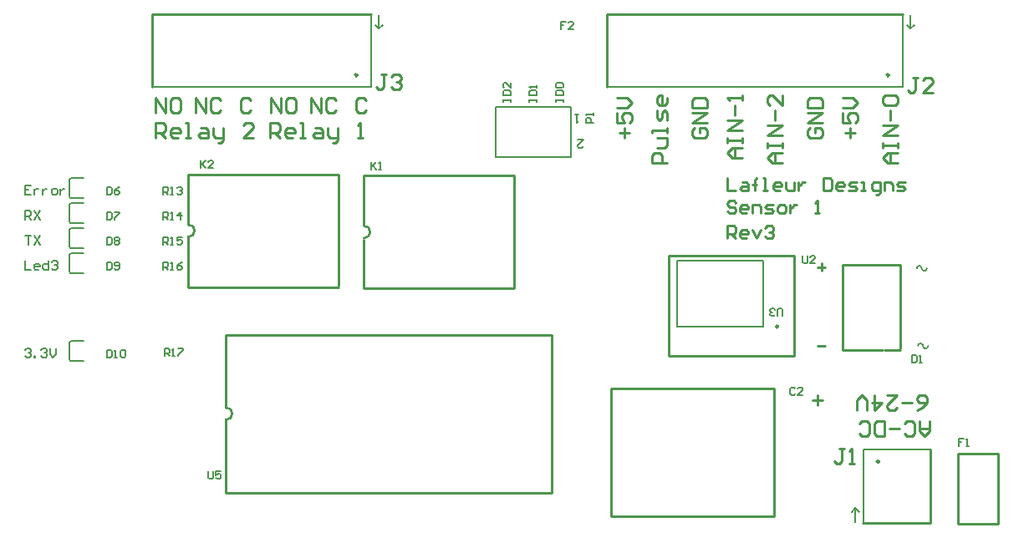
<source format=gto>
G04 Layer_Color=65535*
%FSLAX25Y25*%
%MOIN*%
G70*
G01*
G75*
%ADD20C,0.01000*%
%ADD44C,0.00984*%
%ADD45C,0.00500*%
%ADD46C,0.00787*%
%ADD47C,0.00600*%
%ADD48C,0.00700*%
D20*
X107952Y67995D02*
G03*
X107952Y72995I0J2500D01*
G01*
X37952Y68495D02*
G03*
X37952Y73495I0J2500D01*
G01*
X52952Y-4505D02*
G03*
X52952Y495I0J2500D01*
G01*
X204758Y157495D02*
X322897D01*
X204758Y128295D02*
Y157495D01*
X107952Y47995D02*
Y67495D01*
Y72995D02*
Y92995D01*
X122952D02*
X152952D01*
X167952Y48495D02*
Y92995D01*
X122952Y47995D02*
X152952D01*
X167952D01*
X107952D02*
X122952D01*
X152952Y92995D02*
X167952D01*
X107952D02*
X122952D01*
X37952Y48495D02*
Y67995D01*
Y73495D02*
Y93495D01*
X52952D02*
X82952D01*
X97952Y48995D02*
Y93495D01*
X52952Y48495D02*
X82952D01*
X97952D01*
X37952D02*
X52952D01*
X82952Y93495D02*
X97952D01*
X37952D02*
X52952D01*
X255452Y20995D02*
X279452D01*
X229452D02*
X255452D01*
X229452Y30995D02*
Y50995D01*
Y60995D02*
X279452D01*
Y20995D02*
Y60995D01*
X229452Y50995D02*
Y60995D01*
Y20995D02*
Y30995D01*
X288952Y1495D02*
Y5495D01*
X286952Y3495D02*
X290952D01*
X206452Y-43005D02*
Y7995D01*
X271452D01*
Y-43005D02*
Y7995D01*
X206452Y-43005D02*
X271452D01*
X353952Y-18005D02*
X360952D01*
Y-46005D02*
Y-18005D01*
X344952Y-46005D02*
X360952D01*
X344952D02*
Y-18005D01*
X353952D01*
X52952Y-33505D02*
X182952D01*
Y29495D01*
X52952D02*
X182952D01*
X52952Y495D02*
Y29495D01*
Y-33505D02*
Y-4505D01*
X315452Y23495D02*
X321952D01*
X298952D02*
X314952D01*
X298952D02*
Y57495D01*
X321952D01*
Y23995D02*
Y57495D01*
X288952Y24995D02*
X291952D01*
X290452Y54995D02*
Y57995D01*
X288952Y56495D02*
X291952D01*
X333952Y-45505D02*
Y-16305D01*
X307007Y-45505D02*
X333952D01*
X23452Y128295D02*
Y157495D01*
X110897D01*
X252952Y91994D02*
Y86995D01*
X256284D01*
X258784Y90328D02*
X260450D01*
X261283Y89495D01*
Y86995D01*
X258784D01*
X257951Y87828D01*
X258784Y88661D01*
X261283D01*
X263782Y86995D02*
Y91161D01*
Y89495D01*
X262949D01*
X264615D01*
X263782D01*
Y91161D01*
X264615Y91994D01*
X267114Y86995D02*
X268780D01*
X267947D01*
Y91994D01*
X267114D01*
X273779Y86995D02*
X272113D01*
X271280Y87828D01*
Y89495D01*
X272113Y90328D01*
X273779D01*
X274612Y89495D01*
Y88661D01*
X271280D01*
X276278Y90328D02*
Y87828D01*
X277111Y86995D01*
X279610D01*
Y90328D01*
X281276D02*
Y86995D01*
Y88661D01*
X282109Y89495D01*
X282943Y90328D01*
X283776D01*
X291273Y91994D02*
Y86995D01*
X293772D01*
X294605Y87828D01*
Y91161D01*
X293772Y91994D01*
X291273D01*
X298771Y86995D02*
X297105D01*
X296271Y87828D01*
Y89495D01*
X297105Y90328D01*
X298771D01*
X299604Y89495D01*
Y88661D01*
X296271D01*
X301270Y86995D02*
X303769D01*
X304602Y87828D01*
X303769Y88661D01*
X302103D01*
X301270Y89495D01*
X302103Y90328D01*
X304602D01*
X306268Y86995D02*
X307934D01*
X307101D01*
Y90328D01*
X306268D01*
X312100Y85329D02*
X312933D01*
X313766Y86162D01*
Y90328D01*
X311267D01*
X310434Y89495D01*
Y87828D01*
X311267Y86995D01*
X313766D01*
X315432D02*
Y90328D01*
X317931D01*
X318764Y89495D01*
Y86995D01*
X320430D02*
X322930D01*
X323763Y87828D01*
X322930Y88661D01*
X321263D01*
X320430Y89495D01*
X321263Y90328D01*
X323763D01*
X328951Y131993D02*
X326952D01*
X327951D01*
Y126995D01*
X326952Y125995D01*
X325952D01*
X324952Y126995D01*
X334949Y125995D02*
X330950D01*
X334949Y129994D01*
Y130994D01*
X333949Y131993D01*
X331950D01*
X330950Y130994D01*
X299451Y-16006D02*
X297451D01*
X298451D01*
Y-21005D01*
X297451Y-22005D01*
X296452D01*
X295452Y-21005D01*
X301450Y-22005D02*
X303450D01*
X302450D01*
Y-16006D01*
X301450Y-17006D01*
X116999Y133498D02*
X114999D01*
X115999D01*
Y128500D01*
X114999Y127500D01*
X114000D01*
X113000Y128500D01*
X118998Y132498D02*
X119998Y133498D01*
X121997D01*
X122997Y132498D01*
Y131499D01*
X121997Y130499D01*
X120997D01*
X121997D01*
X122997Y129499D01*
Y128500D01*
X121997Y127500D01*
X119998D01*
X118998Y128500D01*
X320952Y97995D02*
X316953D01*
X314954Y99995D01*
X316953Y101994D01*
X320952D01*
X317953D01*
Y97995D01*
X314954Y103993D02*
Y105993D01*
Y104993D01*
X320952D01*
Y103993D01*
Y105993D01*
Y108992D02*
X314954D01*
X320952Y112991D01*
X314954D01*
X317953Y114990D02*
Y118989D01*
X315954Y120988D02*
X314954Y121988D01*
Y123987D01*
X315954Y124987D01*
X319953D01*
X320952Y123987D01*
Y121988D01*
X319953Y120988D01*
X315954D01*
X301953Y107995D02*
Y111994D01*
X299954Y109995D02*
X303953D01*
X298954Y117992D02*
Y113994D01*
X301953D01*
X300954Y115993D01*
Y116992D01*
X301953Y117992D01*
X303953D01*
X304952Y116992D01*
Y114993D01*
X303953Y113994D01*
X298954Y119992D02*
X302953D01*
X304952Y121991D01*
X302953Y123990D01*
X298954D01*
X328501Y-498D02*
X330501Y502D01*
X332500Y2501D01*
Y4500D01*
X331500Y5500D01*
X329501D01*
X328501Y4500D01*
Y3501D01*
X329501Y2501D01*
X332500D01*
X326502D02*
X322503D01*
X316505Y5500D02*
X320504D01*
X316505Y1501D01*
Y502D01*
X317505Y-498D01*
X319504D01*
X320504Y502D01*
X311507Y5500D02*
Y-498D01*
X314506Y2501D01*
X310507D01*
X308508Y-498D02*
Y3501D01*
X306508Y5500D01*
X304509Y3501D01*
Y-498D01*
X252952Y67995D02*
Y72994D01*
X255451D01*
X256284Y72161D01*
Y70495D01*
X255451Y69661D01*
X252952D01*
X254618D02*
X256284Y67995D01*
X260450D02*
X258784D01*
X257951Y68828D01*
Y70495D01*
X258784Y71328D01*
X260450D01*
X261283Y70495D01*
Y69661D01*
X257951D01*
X262949Y71328D02*
X264615Y67995D01*
X266281Y71328D01*
X267947Y72161D02*
X268780Y72994D01*
X270446D01*
X271280Y72161D01*
Y71328D01*
X270446Y70495D01*
X269614D01*
X270446D01*
X271280Y69661D01*
Y68828D01*
X270446Y67995D01*
X268780D01*
X267947Y68828D01*
X256284Y82161D02*
X255451Y82994D01*
X253785D01*
X252952Y82161D01*
Y81328D01*
X253785Y80495D01*
X255451D01*
X256284Y79662D01*
Y78829D01*
X255451Y77995D01*
X253785D01*
X252952Y78829D01*
X260450Y77995D02*
X258784D01*
X257951Y78829D01*
Y80495D01*
X258784Y81328D01*
X260450D01*
X261283Y80495D01*
Y79662D01*
X257951D01*
X262949Y77995D02*
Y81328D01*
X265448D01*
X266281Y80495D01*
Y77995D01*
X267947D02*
X270446D01*
X271280Y78829D01*
X270446Y79662D01*
X268780D01*
X267947Y80495D01*
X268780Y81328D01*
X271280D01*
X273779Y77995D02*
X275445D01*
X276278Y78829D01*
Y80495D01*
X275445Y81328D01*
X273779D01*
X272946Y80495D01*
Y78829D01*
X273779Y77995D01*
X277944Y81328D02*
Y77995D01*
Y79662D01*
X278777Y80495D01*
X279610Y81328D01*
X280443D01*
X287941Y77995D02*
X289607D01*
X288774D01*
Y82994D01*
X287941Y82161D01*
X239954Y111994D02*
X238954Y110994D01*
Y108995D01*
X239954Y107995D01*
X243952D01*
X244952Y108995D01*
Y110994D01*
X243952Y111994D01*
X241953D01*
Y109995D01*
X244952Y113994D02*
X238954D01*
X244952Y117992D01*
X238954D01*
Y119992D02*
X244952D01*
Y122991D01*
X243952Y123990D01*
X239954D01*
X238954Y122991D01*
Y119992D01*
X211953Y107995D02*
Y111994D01*
X209954Y109995D02*
X213952D01*
X208954Y117992D02*
Y113994D01*
X211953D01*
X210953Y115993D01*
Y116992D01*
X211953Y117992D01*
X213952D01*
X214952Y116992D01*
Y114993D01*
X213952Y113994D01*
X208954Y119992D02*
X212953D01*
X214952Y121991D01*
X212953Y123990D01*
X208954D01*
X258952Y99995D02*
X254954D01*
X252954Y101995D01*
X254954Y103994D01*
X258952D01*
X255953D01*
Y99995D01*
X252954Y105993D02*
Y107993D01*
Y106993D01*
X258952D01*
Y105993D01*
Y107993D01*
Y110992D02*
X252954D01*
X258952Y114991D01*
X252954D01*
X255953Y116990D02*
Y120989D01*
X258952Y122988D02*
Y124987D01*
Y123988D01*
X252954D01*
X253954Y122988D01*
X274952Y97995D02*
X270953D01*
X268954Y99995D01*
X270953Y101994D01*
X274952D01*
X271953D01*
Y97995D01*
X268954Y103993D02*
Y105993D01*
Y104993D01*
X274952D01*
Y103993D01*
Y105993D01*
Y108992D02*
X268954D01*
X274952Y112991D01*
X268954D01*
X271953Y114990D02*
Y118989D01*
X274952Y124987D02*
Y120988D01*
X270953Y124987D01*
X269954D01*
X268954Y123987D01*
Y121988D01*
X269954Y120988D01*
X228952Y97995D02*
X222954D01*
Y100994D01*
X223954Y101994D01*
X225953D01*
X226953Y100994D01*
Y97995D01*
X224954Y103993D02*
X227953D01*
X228952Y104993D01*
Y107992D01*
X224954D01*
X228952Y109992D02*
Y111991D01*
Y110991D01*
X222954D01*
Y109992D01*
X228952Y114990D02*
Y117989D01*
X227953Y118989D01*
X226953Y117989D01*
Y115990D01*
X225953Y114990D01*
X224954Y115990D01*
Y118989D01*
X228952Y123987D02*
Y121988D01*
X227953Y120988D01*
X225953D01*
X224954Y121988D01*
Y123987D01*
X225953Y124987D01*
X226953D01*
Y120988D01*
X285954Y111994D02*
X284954Y110994D01*
Y108995D01*
X285954Y107995D01*
X289952D01*
X290952Y108995D01*
Y110994D01*
X289952Y111994D01*
X287953D01*
Y109995D01*
X290952Y113994D02*
X284954D01*
X290952Y117992D01*
X284954D01*
Y119992D02*
X290952D01*
Y122991D01*
X289952Y123990D01*
X285954D01*
X284954Y122991D01*
Y119992D01*
X24952Y107995D02*
Y113994D01*
X27951D01*
X28951Y112994D01*
Y110994D01*
X27951Y109995D01*
X24952D01*
X26952D02*
X28951Y107995D01*
X33949D02*
X31950D01*
X30950Y108995D01*
Y110994D01*
X31950Y111994D01*
X33949D01*
X34949Y110994D01*
Y109995D01*
X30950D01*
X36948Y107995D02*
X38948D01*
X37948D01*
Y113994D01*
X36948D01*
X42946Y111994D02*
X44946D01*
X45945Y110994D01*
Y107995D01*
X42946D01*
X41947Y108995D01*
X42946Y109995D01*
X45945D01*
X47945Y111994D02*
Y108995D01*
X48944Y107995D01*
X51943D01*
Y106996D01*
X50944Y105996D01*
X49944D01*
X51943Y107995D02*
Y111994D01*
X63940Y107995D02*
X59941D01*
X63940Y111994D01*
Y112994D01*
X62940Y113994D01*
X60941D01*
X59941Y112994D01*
X70452Y107995D02*
Y113994D01*
X73451D01*
X74451Y112994D01*
Y110994D01*
X73451Y109995D01*
X70452D01*
X72452D02*
X74451Y107995D01*
X79449D02*
X77450D01*
X76450Y108995D01*
Y110994D01*
X77450Y111994D01*
X79449D01*
X80449Y110994D01*
Y109995D01*
X76450D01*
X82448Y107995D02*
X84448D01*
X83448D01*
Y113994D01*
X82448D01*
X88446Y111994D02*
X90446D01*
X91445Y110994D01*
Y107995D01*
X88446D01*
X87447Y108995D01*
X88446Y109995D01*
X91445D01*
X93445Y111994D02*
Y108995D01*
X94444Y107995D01*
X97443D01*
Y106996D01*
X96444Y105996D01*
X95444D01*
X97443Y107995D02*
Y111994D01*
X105441Y107995D02*
X107440D01*
X106441D01*
Y113994D01*
X105441Y112994D01*
X62951Y122994D02*
X61951Y123994D01*
X59952D01*
X58952Y122994D01*
Y118995D01*
X59952Y117995D01*
X61951D01*
X62951Y118995D01*
X40952Y117995D02*
Y123994D01*
X44951Y117995D01*
Y123994D01*
X50949Y122994D02*
X49949Y123994D01*
X47950D01*
X46950Y122994D01*
Y118995D01*
X47950Y117995D01*
X49949D01*
X50949Y118995D01*
X24952Y117995D02*
Y123994D01*
X28951Y117995D01*
Y123994D01*
X33949D02*
X31950D01*
X30950Y122994D01*
Y118995D01*
X31950Y117995D01*
X33949D01*
X34949Y118995D01*
Y122994D01*
X33949Y123994D01*
X108951Y122994D02*
X107951Y123994D01*
X105952D01*
X104952Y122994D01*
Y118995D01*
X105952Y117995D01*
X107951D01*
X108951Y118995D01*
X86952Y117995D02*
Y123994D01*
X90951Y117995D01*
Y123994D01*
X96949Y122994D02*
X95949Y123994D01*
X93950D01*
X92950Y122994D01*
Y118995D01*
X93950Y117995D01*
X95949D01*
X96949Y118995D01*
X70952Y117995D02*
Y123994D01*
X74951Y117995D01*
Y123994D01*
X79949D02*
X77950D01*
X76950Y122994D01*
Y118995D01*
X77950Y117995D01*
X79949D01*
X80949Y118995D01*
Y122994D01*
X79949Y123994D01*
X333500Y-5000D02*
Y-8999D01*
X331501Y-10998D01*
X329501Y-8999D01*
Y-5000D01*
Y-7999D01*
X333500D01*
X323503Y-9998D02*
X324503Y-10998D01*
X326502D01*
X327502Y-9998D01*
Y-6000D01*
X326502Y-5000D01*
X324503D01*
X323503Y-6000D01*
X321504Y-7999D02*
X317505D01*
X315506Y-10998D02*
Y-5000D01*
X312507D01*
X311507Y-6000D01*
Y-9998D01*
X312507Y-10998D01*
X315506D01*
X305509Y-9998D02*
X306509Y-10998D01*
X308508D01*
X309508Y-9998D01*
Y-6000D01*
X308508Y-5000D01*
X306509D01*
X305509Y-6000D01*
D44*
X273255Y32806D02*
G03*
X273255Y32806I-492J0D01*
G01*
X317425Y133129D02*
G03*
X317425Y133129I-492J0D01*
G01*
X313464Y-21138D02*
G03*
X313464Y-21138I-492J0D01*
G01*
X105425Y133129D02*
G03*
X105425Y133129I-492J0D01*
G01*
D45*
X330952Y24995D02*
G03*
X332952Y24995I1000J0D01*
G01*
X330952D02*
G03*
X328952Y24995I-1000J0D01*
G01*
X330452Y55995D02*
G03*
X328452Y55995I-1000J0D01*
G01*
X330452D02*
G03*
X332452Y55995I1000J0D01*
G01*
D46*
X232752Y32806D02*
Y59184D01*
Y32806D02*
X267251D01*
X232752Y59184D02*
X267251D01*
Y32806D02*
Y59184D01*
X-9548Y84695D02*
Y91295D01*
Y84695D02*
X-8967Y84115D01*
X-3689D01*
X-9548Y91295D02*
X-8948Y91895D01*
X-3630D01*
X322858Y128295D02*
Y156791D01*
X325889Y151633D02*
Y157184D01*
X324393Y153129D02*
X325889Y151633D01*
X327385Y153129D01*
X204758Y128295D02*
X322858D01*
X-8948Y26895D02*
X-3630D01*
X-9548Y26295D02*
X-8948Y26895D01*
X-8967Y19115D02*
X-3689D01*
X-9548Y19695D02*
X-8967Y19115D01*
X-9548Y19695D02*
Y26295D01*
X-8948Y61895D02*
X-3630D01*
X-9548Y61295D02*
X-8948Y61895D01*
X-8967Y54115D02*
X-3689D01*
X-9548Y54695D02*
X-8967Y54115D01*
X-9548Y54695D02*
Y61295D01*
X-8948Y71895D02*
X-3630D01*
X-9548Y71295D02*
X-8948Y71895D01*
X-8967Y64115D02*
X-3689D01*
X-9548Y64695D02*
X-8967Y64115D01*
X-9548Y64695D02*
Y71295D01*
X-8948Y81895D02*
X-3630D01*
X-9548Y81295D02*
X-8948Y81895D01*
X-8967Y74115D02*
X-3689D01*
X-9548Y74695D02*
X-8967Y74115D01*
X-9548Y74695D02*
Y81295D01*
X307047Y-16305D02*
X333952D01*
X302519Y-41138D02*
X304015Y-39642D01*
X305511Y-41138D01*
X304015Y-45193D02*
Y-39642D01*
X307047Y-44800D02*
Y-16305D01*
X23452Y128295D02*
X110858D01*
X113889Y151633D02*
X115385Y153129D01*
X112393D02*
X113889Y151633D01*
Y157184D01*
X110858Y128295D02*
Y156791D01*
X160452Y100495D02*
Y120495D01*
X190452Y100495D02*
Y120495D01*
X160452Y100495D02*
X190452D01*
X160452Y120495D02*
X190452D01*
X160452D02*
X179619D01*
D47*
X163501Y122500D02*
Y123500D01*
Y123000D01*
X166500D01*
Y122500D01*
Y123500D01*
X163501Y124999D02*
X166500D01*
Y126499D01*
X166000Y126998D01*
X164001D01*
X163501Y126499D01*
Y124999D01*
X166500Y129998D02*
Y127998D01*
X164501Y129998D01*
X164001D01*
X163501Y129498D01*
Y128498D01*
X164001Y127998D01*
X174001Y122500D02*
Y123500D01*
Y123000D01*
X177000D01*
Y122500D01*
Y123500D01*
X174001Y124999D02*
X177000D01*
Y126499D01*
X176500Y126998D01*
X174501D01*
X174001Y126499D01*
Y124999D01*
X177000Y127998D02*
Y128998D01*
Y128498D01*
X174001D01*
X174501Y127998D01*
X184501Y122500D02*
Y123500D01*
Y123000D01*
X187500D01*
Y122500D01*
Y123500D01*
X184501Y124999D02*
X187500D01*
Y126499D01*
X187000Y126998D01*
X185001D01*
X184501Y126499D01*
Y124999D01*
X185001Y127998D02*
X184501Y128498D01*
Y129498D01*
X185001Y129998D01*
X187000D01*
X187500Y129498D01*
Y128498D01*
X187000Y127998D01*
X185001D01*
X5452Y88494D02*
Y85495D01*
X6952D01*
X7452Y85995D01*
Y87995D01*
X6952Y88494D01*
X5452D01*
X10451D02*
X9451Y87995D01*
X8451Y86995D01*
Y85995D01*
X8951Y85495D01*
X9951D01*
X10451Y85995D01*
Y86495D01*
X9951Y86995D01*
X8451D01*
X5452Y23494D02*
Y20495D01*
X6952D01*
X7452Y20995D01*
Y22995D01*
X6952Y23494D01*
X5452D01*
X8451Y20495D02*
X9451D01*
X8951D01*
Y23494D01*
X8451Y22995D01*
X10950D02*
X11450Y23494D01*
X12450D01*
X12950Y22995D01*
Y20995D01*
X12450Y20495D01*
X11450D01*
X10950Y20995D01*
Y22995D01*
X5452Y58494D02*
Y55495D01*
X6952D01*
X7452Y55995D01*
Y57995D01*
X6952Y58494D01*
X5452D01*
X8451Y55995D02*
X8951Y55495D01*
X9951D01*
X10451Y55995D01*
Y57995D01*
X9951Y58494D01*
X8951D01*
X8451Y57995D01*
Y57495D01*
X8951Y56995D01*
X10451D01*
X5452Y68494D02*
Y65495D01*
X6952D01*
X7452Y65995D01*
Y67995D01*
X6952Y68494D01*
X5452D01*
X8451Y67995D02*
X8951Y68494D01*
X9951D01*
X10451Y67995D01*
Y67495D01*
X9951Y66995D01*
X10451Y66495D01*
Y65995D01*
X9951Y65495D01*
X8951D01*
X8451Y65995D01*
Y66495D01*
X8951Y66995D01*
X8451Y67495D01*
Y67995D01*
X8951Y66995D02*
X9951D01*
X5452Y78494D02*
Y75495D01*
X6952D01*
X7452Y75995D01*
Y77995D01*
X6952Y78494D01*
X5452D01*
X8451D02*
X10451D01*
Y77995D01*
X8451Y75995D01*
Y75495D01*
X110952Y98494D02*
Y95495D01*
Y96495D01*
X112952Y98494D01*
X111452Y96995D01*
X112952Y95495D01*
X113951D02*
X114951D01*
X114451D01*
Y98494D01*
X113951Y97995D01*
X42952Y98994D02*
Y95995D01*
Y96995D01*
X44952Y98994D01*
X43452Y97495D01*
X44952Y95995D01*
X47951D02*
X45951D01*
X47951Y97995D01*
Y98495D01*
X47451Y98994D01*
X46451D01*
X45951Y98495D01*
X274952Y36996D02*
Y39496D01*
X274452Y39995D01*
X273453D01*
X272953Y39496D01*
Y36996D01*
X271953Y37496D02*
X271453Y36996D01*
X270454D01*
X269954Y37496D01*
Y37996D01*
X270454Y38496D01*
X270953D01*
X270454D01*
X269954Y38996D01*
Y39496D01*
X270454Y39995D01*
X271453D01*
X271953Y39496D01*
X282952Y60994D02*
Y58495D01*
X283452Y57995D01*
X284452D01*
X284951Y58495D01*
Y60994D01*
X287951Y57995D02*
X285951D01*
X287951Y59995D01*
Y60495D01*
X287451Y60994D01*
X286451D01*
X285951Y60495D01*
X279952Y7995D02*
X279452Y8494D01*
X278452D01*
X277952Y7995D01*
Y5995D01*
X278452Y5495D01*
X279452D01*
X279952Y5995D01*
X282951Y5495D02*
X280951D01*
X282951Y7495D01*
Y7995D01*
X282451Y8494D01*
X281451D01*
X280951Y7995D01*
X347052Y-11906D02*
X345052D01*
Y-13405D01*
X346052D01*
X345052D01*
Y-14905D01*
X348051D02*
X349051D01*
X348551D01*
Y-11906D01*
X348051Y-12405D01*
X188452Y154494D02*
X186452D01*
Y152995D01*
X187452D01*
X186452D01*
Y151495D01*
X191451D02*
X189451D01*
X191451Y153495D01*
Y153995D01*
X190951Y154494D01*
X189951D01*
X189451Y153995D01*
X27952Y85495D02*
Y88494D01*
X29452D01*
X29952Y87995D01*
Y86995D01*
X29452Y86495D01*
X27952D01*
X28952D02*
X29952Y85495D01*
X30951D02*
X31951D01*
X31451D01*
Y88494D01*
X30951Y87995D01*
X33450D02*
X33950Y88494D01*
X34950D01*
X35450Y87995D01*
Y87495D01*
X34950Y86995D01*
X34450D01*
X34950D01*
X35450Y86495D01*
Y85995D01*
X34950Y85495D01*
X33950D01*
X33450Y85995D01*
X27952Y75495D02*
Y78494D01*
X29452D01*
X29952Y77995D01*
Y76995D01*
X29452Y76495D01*
X27952D01*
X28952D02*
X29952Y75495D01*
X30951D02*
X31951D01*
X31451D01*
Y78494D01*
X30951Y77995D01*
X34950Y75495D02*
Y78494D01*
X33450Y76995D01*
X35450D01*
X27952Y65495D02*
Y68494D01*
X29452D01*
X29952Y67995D01*
Y66995D01*
X29452Y66495D01*
X27952D01*
X28952D02*
X29952Y65495D01*
X30951D02*
X31951D01*
X31451D01*
Y68494D01*
X30951Y67995D01*
X35450Y68494D02*
X33450D01*
Y66995D01*
X34450Y67495D01*
X34950D01*
X35450Y66995D01*
Y65995D01*
X34950Y65495D01*
X33950D01*
X33450Y65995D01*
X27952Y55495D02*
Y58494D01*
X29452D01*
X29952Y57995D01*
Y56995D01*
X29452Y56495D01*
X27952D01*
X28952D02*
X29952Y55495D01*
X30951D02*
X31951D01*
X31451D01*
Y58494D01*
X30951Y57995D01*
X35450Y58494D02*
X34450Y57995D01*
X33450Y56995D01*
Y55995D01*
X33950Y55495D01*
X34950D01*
X35450Y55995D01*
Y56495D01*
X34950Y56995D01*
X33450D01*
X28452Y20995D02*
Y23994D01*
X29952D01*
X30452Y23495D01*
Y22495D01*
X29952Y21995D01*
X28452D01*
X29452D02*
X30452Y20995D01*
X31451D02*
X32451D01*
X31951D01*
Y23994D01*
X31451Y23495D01*
X33950Y23994D02*
X35950D01*
Y23495D01*
X33950Y21495D01*
Y20995D01*
X45952Y-25006D02*
Y-27505D01*
X46452Y-28005D01*
X47452D01*
X47951Y-27505D01*
Y-25006D01*
X50951D02*
X48951D01*
Y-26505D01*
X49951Y-26005D01*
X50451D01*
X50951Y-26505D01*
Y-27505D01*
X50451Y-28005D01*
X49451D01*
X48951Y-27505D01*
X326452Y21494D02*
Y18495D01*
X327952D01*
X328451Y18995D01*
Y20995D01*
X327952Y21494D01*
X326452D01*
X329451Y18495D02*
X330451D01*
X329951D01*
Y21494D01*
X329451Y20995D01*
X199500Y114000D02*
X196501D01*
Y115499D01*
X197001Y115999D01*
X198001D01*
X198500Y115499D01*
Y114000D01*
X199500Y116999D02*
Y117999D01*
Y117499D01*
X196501D01*
X197001Y116999D01*
X193120Y107495D02*
X195452D01*
X193120Y105163D01*
Y104580D01*
X193703Y103997D01*
X194869D01*
X195452Y104580D01*
X193452Y117495D02*
X192286D01*
X192869D01*
Y113997D01*
X193452Y114580D01*
D48*
X-27048Y23411D02*
X-26465Y23994D01*
X-25298D01*
X-24715Y23411D01*
Y22828D01*
X-25298Y22245D01*
X-25881D01*
X-25298D01*
X-24715Y21662D01*
Y21079D01*
X-25298Y20495D01*
X-26465D01*
X-27048Y21079D01*
X-23549Y20495D02*
Y21079D01*
X-22966D01*
Y20495D01*
X-23549D01*
X-20633Y23411D02*
X-20050Y23994D01*
X-18884D01*
X-18301Y23411D01*
Y22828D01*
X-18884Y22245D01*
X-19467D01*
X-18884D01*
X-18301Y21662D01*
Y21079D01*
X-18884Y20495D01*
X-20050D01*
X-20633Y21079D01*
X-17134Y23994D02*
Y21662D01*
X-15968Y20495D01*
X-14802Y21662D01*
Y23994D01*
X-27048Y58994D02*
Y55495D01*
X-24715D01*
X-21800D02*
X-22966D01*
X-23549Y56078D01*
Y57245D01*
X-22966Y57828D01*
X-21800D01*
X-21216Y57245D01*
Y56662D01*
X-23549D01*
X-17718Y58994D02*
Y55495D01*
X-19467D01*
X-20050Y56078D01*
Y57245D01*
X-19467Y57828D01*
X-17718D01*
X-16551Y58411D02*
X-15968Y58994D01*
X-14802D01*
X-14219Y58411D01*
Y57828D01*
X-14802Y57245D01*
X-15385D01*
X-14802D01*
X-14219Y56662D01*
Y56078D01*
X-14802Y55495D01*
X-15968D01*
X-16551Y56078D01*
X-27048Y68994D02*
X-24715D01*
X-25881D01*
Y65495D01*
X-23549Y68994D02*
X-21216Y65495D01*
Y68994D02*
X-23549Y65495D01*
X-27048Y75495D02*
Y78994D01*
X-25298D01*
X-24715Y78411D01*
Y77245D01*
X-25298Y76662D01*
X-27048D01*
X-25881D02*
X-24715Y75495D01*
X-23549Y78994D02*
X-21216Y75495D01*
Y78994D02*
X-23549Y75495D01*
X-24715Y88994D02*
X-27048D01*
Y85495D01*
X-24715D01*
X-27048Y87245D02*
X-25881D01*
X-23549Y87828D02*
Y85495D01*
Y86662D01*
X-22966Y87245D01*
X-22383Y87828D01*
X-21800D01*
X-20050D02*
Y85495D01*
Y86662D01*
X-19467Y87245D01*
X-18884Y87828D01*
X-18301D01*
X-15968Y85495D02*
X-14802D01*
X-14219Y86079D01*
Y87245D01*
X-14802Y87828D01*
X-15968D01*
X-16551Y87245D01*
Y86079D01*
X-15968Y85495D01*
X-13052Y87828D02*
Y85495D01*
Y86662D01*
X-12469Y87245D01*
X-11886Y87828D01*
X-11303D01*
M02*

</source>
